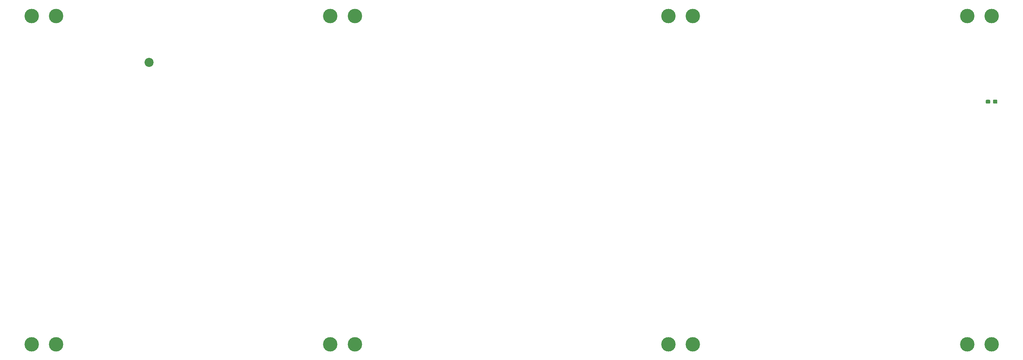
<source format=gbr>
G04 #@! TF.GenerationSoftware,KiCad,Pcbnew,(5.1.4-0)*
G04 #@! TF.CreationDate,2021-10-30T11:01:04-05:00*
G04 #@! TF.ProjectId,bottom_plate,626f7474-6f6d-45f7-906c-6174652e6b69,rev?*
G04 #@! TF.SameCoordinates,Original*
G04 #@! TF.FileFunction,Soldermask,Bot*
G04 #@! TF.FilePolarity,Negative*
%FSLAX46Y46*%
G04 Gerber Fmt 4.6, Leading zero omitted, Abs format (unit mm)*
G04 Created by KiCad (PCBNEW (5.1.4-0)) date 2021-10-30 11:01:04*
%MOMM*%
%LPD*%
G04 APERTURE LIST*
%ADD10C,3.500000*%
%ADD11C,0.100000*%
%ADD12C,0.950000*%
%ADD13C,2.200000*%
G04 APERTURE END LIST*
D10*
X389360818Y-38683016D03*
X383407698Y-118454824D03*
X383407698Y-38683016D03*
X316732754Y-118454824D03*
X316732754Y-38683016D03*
X228626578Y-118454824D03*
X228626578Y-38683016D03*
X161951634Y-118454824D03*
X161951634Y-38683016D03*
D11*
G36*
X390546780Y-59045112D02*
G01*
X390569835Y-59048531D01*
X390592444Y-59054195D01*
X390614388Y-59062047D01*
X390635458Y-59072012D01*
X390655449Y-59083994D01*
X390674169Y-59097878D01*
X390691439Y-59113530D01*
X390707091Y-59130800D01*
X390720975Y-59149520D01*
X390732957Y-59169511D01*
X390742922Y-59190581D01*
X390750774Y-59212525D01*
X390756438Y-59235134D01*
X390759857Y-59258189D01*
X390761001Y-59281468D01*
X390761001Y-59756468D01*
X390759857Y-59779747D01*
X390756438Y-59802802D01*
X390750774Y-59825411D01*
X390742922Y-59847355D01*
X390732957Y-59868425D01*
X390720975Y-59888416D01*
X390707091Y-59907136D01*
X390691439Y-59924406D01*
X390674169Y-59940058D01*
X390655449Y-59953942D01*
X390635458Y-59965924D01*
X390614388Y-59975889D01*
X390592444Y-59983741D01*
X390569835Y-59989405D01*
X390546780Y-59992824D01*
X390523501Y-59993968D01*
X389948501Y-59993968D01*
X389925222Y-59992824D01*
X389902167Y-59989405D01*
X389879558Y-59983741D01*
X389857614Y-59975889D01*
X389836544Y-59965924D01*
X389816553Y-59953942D01*
X389797833Y-59940058D01*
X389780563Y-59924406D01*
X389764911Y-59907136D01*
X389751027Y-59888416D01*
X389739045Y-59868425D01*
X389729080Y-59847355D01*
X389721228Y-59825411D01*
X389715564Y-59802802D01*
X389712145Y-59779747D01*
X389711001Y-59756468D01*
X389711001Y-59281468D01*
X389712145Y-59258189D01*
X389715564Y-59235134D01*
X389721228Y-59212525D01*
X389729080Y-59190581D01*
X389739045Y-59169511D01*
X389751027Y-59149520D01*
X389764911Y-59130800D01*
X389780563Y-59113530D01*
X389797833Y-59097878D01*
X389816553Y-59083994D01*
X389836544Y-59072012D01*
X389857614Y-59062047D01*
X389879558Y-59054195D01*
X389902167Y-59048531D01*
X389925222Y-59045112D01*
X389948501Y-59043968D01*
X390523501Y-59043968D01*
X390546780Y-59045112D01*
X390546780Y-59045112D01*
G37*
D12*
X390236001Y-59518968D03*
D11*
G36*
X388796780Y-59045112D02*
G01*
X388819835Y-59048531D01*
X388842444Y-59054195D01*
X388864388Y-59062047D01*
X388885458Y-59072012D01*
X388905449Y-59083994D01*
X388924169Y-59097878D01*
X388941439Y-59113530D01*
X388957091Y-59130800D01*
X388970975Y-59149520D01*
X388982957Y-59169511D01*
X388992922Y-59190581D01*
X389000774Y-59212525D01*
X389006438Y-59235134D01*
X389009857Y-59258189D01*
X389011001Y-59281468D01*
X389011001Y-59756468D01*
X389009857Y-59779747D01*
X389006438Y-59802802D01*
X389000774Y-59825411D01*
X388992922Y-59847355D01*
X388982957Y-59868425D01*
X388970975Y-59888416D01*
X388957091Y-59907136D01*
X388941439Y-59924406D01*
X388924169Y-59940058D01*
X388905449Y-59953942D01*
X388885458Y-59965924D01*
X388864388Y-59975889D01*
X388842444Y-59983741D01*
X388819835Y-59989405D01*
X388796780Y-59992824D01*
X388773501Y-59993968D01*
X388198501Y-59993968D01*
X388175222Y-59992824D01*
X388152167Y-59989405D01*
X388129558Y-59983741D01*
X388107614Y-59975889D01*
X388086544Y-59965924D01*
X388066553Y-59953942D01*
X388047833Y-59940058D01*
X388030563Y-59924406D01*
X388014911Y-59907136D01*
X388001027Y-59888416D01*
X387989045Y-59868425D01*
X387979080Y-59847355D01*
X387971228Y-59825411D01*
X387965564Y-59802802D01*
X387962145Y-59779747D01*
X387961001Y-59756468D01*
X387961001Y-59281468D01*
X387962145Y-59258189D01*
X387965564Y-59235134D01*
X387971228Y-59212525D01*
X387979080Y-59190581D01*
X387989045Y-59169511D01*
X388001027Y-59149520D01*
X388014911Y-59130800D01*
X388030563Y-59113530D01*
X388047833Y-59097878D01*
X388066553Y-59083994D01*
X388086544Y-59072012D01*
X388107614Y-59062047D01*
X388129558Y-59054195D01*
X388152167Y-59048531D01*
X388175222Y-59045112D01*
X388198501Y-59043968D01*
X388773501Y-59043968D01*
X388796780Y-59045112D01*
X388796780Y-59045112D01*
G37*
D12*
X388486001Y-59518968D03*
D10*
X310779634Y-118454824D03*
X310779701Y-38682951D03*
X234579607Y-118454824D03*
X234579608Y-38683016D03*
X155998315Y-118454824D03*
X155998514Y-38683016D03*
X389360818Y-118454824D03*
D13*
X184573490Y-49993944D03*
M02*

</source>
